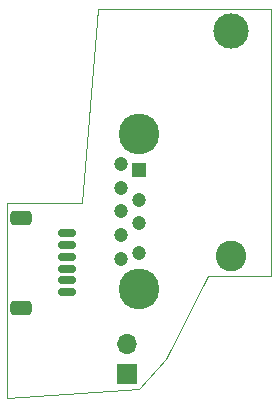
<source format=gbr>
%TF.GenerationSoftware,KiCad,Pcbnew,7.0.10*%
%TF.CreationDate,2024-06-17T16:45:55-04:00*%
%TF.ProjectId,MidInterface1.1.1,4d696449-6e74-4657-9266-616365312e31,rev?*%
%TF.SameCoordinates,PX772dc40PY4d83c00*%
%TF.FileFunction,Soldermask,Bot*%
%TF.FilePolarity,Negative*%
%FSLAX46Y46*%
G04 Gerber Fmt 4.6, Leading zero omitted, Abs format (unit mm)*
G04 Created by KiCad (PCBNEW 7.0.10) date 2024-06-17 16:45:55*
%MOMM*%
%LPD*%
G01*
G04 APERTURE LIST*
G04 Aperture macros list*
%AMRoundRect*
0 Rectangle with rounded corners*
0 $1 Rounding radius*
0 $2 $3 $4 $5 $6 $7 $8 $9 X,Y pos of 4 corners*
0 Add a 4 corners polygon primitive as box body*
4,1,4,$2,$3,$4,$5,$6,$7,$8,$9,$2,$3,0*
0 Add four circle primitives for the rounded corners*
1,1,$1+$1,$2,$3*
1,1,$1+$1,$4,$5*
1,1,$1+$1,$6,$7*
1,1,$1+$1,$8,$9*
0 Add four rect primitives between the rounded corners*
20,1,$1+$1,$2,$3,$4,$5,0*
20,1,$1+$1,$4,$5,$6,$7,0*
20,1,$1+$1,$6,$7,$8,$9,0*
20,1,$1+$1,$8,$9,$2,$3,0*%
G04 Aperture macros list end*
%ADD10C,2.600000*%
%ADD11C,3.000000*%
%ADD12R,1.700000X1.700000*%
%ADD13O,1.700000X1.700000*%
%ADD14R,1.200000X1.200000*%
%ADD15C,1.200000*%
%ADD16C,3.450000*%
%ADD17RoundRect,0.150000X0.625000X-0.150000X0.625000X0.150000X-0.625000X0.150000X-0.625000X-0.150000X0*%
%ADD18RoundRect,0.250000X0.650000X-0.350000X0.650000X0.350000X-0.650000X0.350000X-0.650000X-0.350000X0*%
%TA.AperFunction,Profile*%
%ADD19C,0.025400*%
%TD*%
G04 APERTURE END LIST*
D10*
%TO.C,H2*%
X18978000Y12000400D03*
%TD*%
D11*
%TO.C,H1*%
X18978000Y31050400D03*
%TD*%
D12*
%TO.C,J3*%
X10160000Y2032000D03*
D13*
X10160000Y4572000D03*
%TD*%
D14*
%TO.C,J2*%
X11176000Y19304000D03*
D15*
X11176000Y16804000D03*
X11176000Y14804000D03*
X11176000Y12304000D03*
X9676000Y11804000D03*
X9676000Y13804000D03*
X9676000Y15804000D03*
X9676000Y17804000D03*
X9676000Y19804000D03*
D16*
X11176000Y22374000D03*
X11176000Y9234000D03*
%TD*%
D17*
%TO.C,J4*%
X5080000Y8970000D03*
X5080000Y9970000D03*
X5080000Y10970000D03*
X5080000Y11970000D03*
X5080000Y12970000D03*
X5080000Y13970000D03*
D18*
X1205000Y7670000D03*
X1205000Y15270000D03*
%TD*%
D19*
X22352000Y10312400D02*
X17018000Y10312400D01*
X6350000Y16510000D02*
X0Y16510000D01*
X7721600Y32918400D02*
X22352000Y32918400D01*
X17018000Y10312400D02*
X13462000Y3302000D01*
X11176000Y762000D02*
X13462000Y3302000D01*
X6350000Y16510000D02*
X7721600Y32918400D01*
X0Y0D02*
X0Y16510000D01*
X22352000Y32918400D02*
X22352000Y10312400D01*
X11176000Y762000D02*
X0Y0D01*
M02*

</source>
